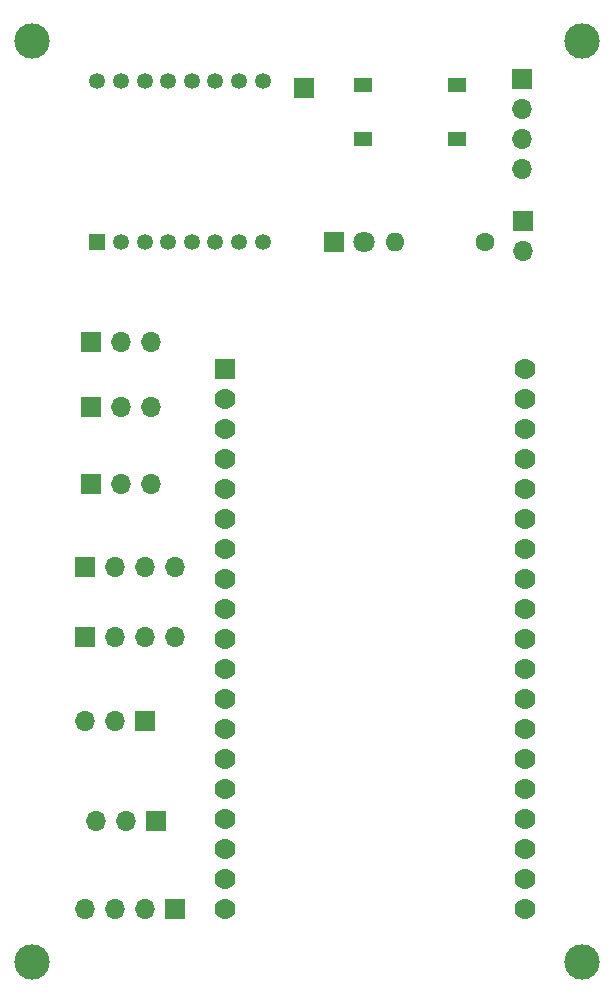
<source format=gbr>
%TF.GenerationSoftware,KiCad,Pcbnew,8.0.2*%
%TF.CreationDate,2024-05-16T13:39:08+01:00*%
%TF.ProjectId,test,74657374-2e6b-4696-9361-645f70636258,rev?*%
%TF.SameCoordinates,Original*%
%TF.FileFunction,Soldermask,Top*%
%TF.FilePolarity,Negative*%
%FSLAX46Y46*%
G04 Gerber Fmt 4.6, Leading zero omitted, Abs format (unit mm)*
G04 Created by KiCad (PCBNEW 8.0.2) date 2024-05-16 13:39:08*
%MOMM*%
%LPD*%
G01*
G04 APERTURE LIST*
G04 Aperture macros list*
%AMRoundRect*
0 Rectangle with rounded corners*
0 $1 Rounding radius*
0 $2 $3 $4 $5 $6 $7 $8 $9 X,Y pos of 4 corners*
0 Add a 4 corners polygon primitive as box body*
4,1,4,$2,$3,$4,$5,$6,$7,$8,$9,$2,$3,0*
0 Add four circle primitives for the rounded corners*
1,1,$1+$1,$2,$3*
1,1,$1+$1,$4,$5*
1,1,$1+$1,$6,$7*
1,1,$1+$1,$8,$9*
0 Add four rect primitives between the rounded corners*
20,1,$1+$1,$2,$3,$4,$5,0*
20,1,$1+$1,$4,$5,$6,$7,0*
20,1,$1+$1,$6,$7,$8,$9,0*
20,1,$1+$1,$8,$9,$2,$3,0*%
G04 Aperture macros list end*
%ADD10R,1.700000X1.700000*%
%ADD11O,1.700000X1.700000*%
%ADD12C,3.000000*%
%ADD13R,1.350000X1.350000*%
%ADD14C,1.350000*%
%ADD15R,1.800000X1.800000*%
%ADD16C,1.800000*%
%ADD17R,1.550000X1.300000*%
%ADD18RoundRect,0.102000X-0.780000X-0.780000X0.780000X-0.780000X0.780000X0.780000X-0.780000X0.780000X0*%
%ADD19C,1.764000*%
%ADD20C,1.600000*%
%ADD21O,1.600000X1.600000*%
G04 APERTURE END LIST*
D10*
%TO.C,J4*%
X61500000Y-85500000D03*
D11*
X58960000Y-85500000D03*
X56420000Y-85500000D03*
%TD*%
D12*
%TO.C,REF\u002A\u002A*%
X97500000Y-19500000D03*
%TD*%
D10*
%TO.C,J10*%
X55460000Y-64000000D03*
D11*
X58000000Y-64000000D03*
X60540000Y-64000000D03*
X63080000Y-64000000D03*
%TD*%
D10*
%TO.C,SW1*%
X92525000Y-34750000D03*
D11*
X92525000Y-37290000D03*
%TD*%
D10*
%TO.C,J3*%
X56000000Y-56975000D03*
D11*
X58540000Y-56975000D03*
X61080000Y-56975000D03*
%TD*%
D13*
%TO.C,U2*%
X56500000Y-36500000D03*
D14*
X58500000Y-36500000D03*
X60500000Y-36500000D03*
X62500000Y-36500000D03*
X64500000Y-36500000D03*
X66500000Y-36500000D03*
X68500000Y-36500000D03*
X70500000Y-36500000D03*
X70500000Y-22900000D03*
X68500000Y-22900000D03*
X66500000Y-22900000D03*
X64500000Y-22900000D03*
X62500000Y-22900000D03*
X60500000Y-22900000D03*
X58500000Y-22900000D03*
X56500000Y-22900000D03*
%TD*%
D10*
%TO.C,J5*%
X63040000Y-93000000D03*
D11*
X60500000Y-93000000D03*
X57960000Y-93000000D03*
X55420000Y-93000000D03*
%TD*%
D10*
%TO.C,J1*%
X60525000Y-77025000D03*
D11*
X57985000Y-77025000D03*
X55445000Y-77025000D03*
%TD*%
D10*
%TO.C,J8*%
X55975000Y-44975000D03*
D11*
X58515000Y-44975000D03*
X61055000Y-44975000D03*
%TD*%
D12*
%TO.C,REF\u002A\u002A*%
X51000000Y-19500000D03*
%TD*%
D15*
%TO.C,D1*%
X76500000Y-36500000D03*
D16*
X79040000Y-36500000D03*
%TD*%
D12*
%TO.C,REF\u002A\u002A*%
X97500000Y-97500000D03*
%TD*%
D17*
%TO.C,SW2*%
X86980000Y-27750000D03*
X79020000Y-27750000D03*
X86980000Y-23250000D03*
X79020000Y-23250000D03*
%TD*%
D10*
%TO.C,J6*%
X74000000Y-23500000D03*
%TD*%
%TO.C,J9*%
X55460000Y-69975000D03*
D11*
X58000000Y-69975000D03*
X60540000Y-69975000D03*
X63080000Y-69975000D03*
%TD*%
D18*
%TO.C,U1*%
X67300000Y-47240000D03*
D19*
X67300000Y-49780000D03*
X67300000Y-52320000D03*
X67300000Y-54860000D03*
X67300000Y-57400000D03*
X67300000Y-59940000D03*
X67300000Y-62480000D03*
X67300000Y-65020000D03*
X67300000Y-67560000D03*
X67300000Y-70100000D03*
X67300000Y-72640000D03*
X67300000Y-75180000D03*
X67300000Y-77720000D03*
X67300000Y-80260000D03*
X67300000Y-82800000D03*
X67300000Y-85340000D03*
X67300000Y-87880000D03*
X67300000Y-90420000D03*
X67300000Y-92960000D03*
X92700000Y-47240000D03*
X92700000Y-49780000D03*
X92700000Y-52320000D03*
X92700000Y-54860000D03*
X92700000Y-57400000D03*
X92700000Y-59940000D03*
X92700000Y-62480000D03*
X92700000Y-65020000D03*
X92700000Y-67560000D03*
X92700000Y-70100000D03*
X92700000Y-72640000D03*
X92700000Y-75180000D03*
X92700000Y-77720000D03*
X92700000Y-80260000D03*
X92700000Y-82800000D03*
X92700000Y-85340000D03*
X92700000Y-87880000D03*
X92700000Y-90420000D03*
X92700000Y-92960000D03*
%TD*%
D10*
%TO.C,J7*%
X56000000Y-50500000D03*
D11*
X58540000Y-50500000D03*
X61080000Y-50500000D03*
%TD*%
D12*
%TO.C,REF\u002A\u002A*%
X51000000Y-97500000D03*
%TD*%
D20*
%TO.C,R1*%
X89310000Y-36500000D03*
D21*
X81690000Y-36500000D03*
%TD*%
D10*
%TO.C,J2*%
X92500000Y-22700000D03*
D11*
X92500000Y-25240000D03*
X92500000Y-27780000D03*
X92500000Y-30320000D03*
%TD*%
M02*

</source>
